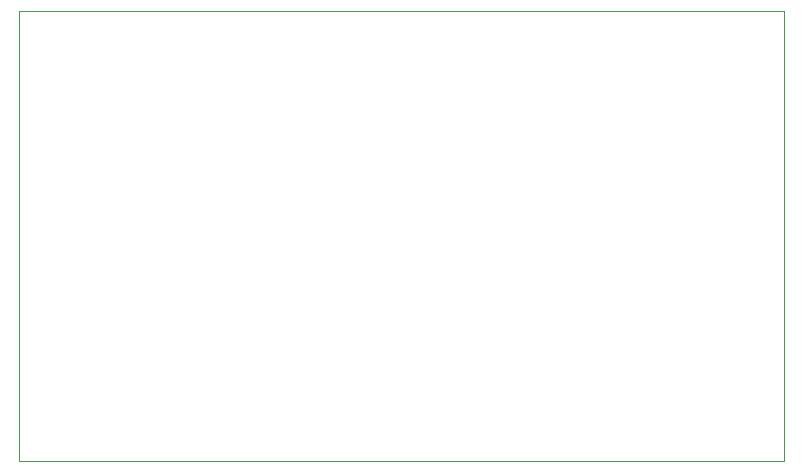
<source format=gbr>
G04 #@! TF.GenerationSoftware,KiCad,Pcbnew,(5.1.2-1)-1*
G04 #@! TF.CreationDate,2021-07-19T19:49:03-04:00*
G04 #@! TF.ProjectId,Psycho LFO - CGS,50737963-686f-4204-9c46-4f202d204347,rev?*
G04 #@! TF.SameCoordinates,Original*
G04 #@! TF.FileFunction,Profile,NP*
%FSLAX46Y46*%
G04 Gerber Fmt 4.6, Leading zero omitted, Abs format (unit mm)*
G04 Created by KiCad (PCBNEW (5.1.2-1)-1) date 2021-07-19 19:49:03*
%MOMM*%
%LPD*%
G04 APERTURE LIST*
%ADD10C,0.050000*%
G04 APERTURE END LIST*
D10*
X76962000Y-12192000D02*
X12192000Y-12192000D01*
X76962000Y-50292000D02*
X76962000Y-12192000D01*
X12192000Y-50292000D02*
X76962000Y-50292000D01*
X12192000Y-12192000D02*
X12192000Y-50292000D01*
M02*

</source>
